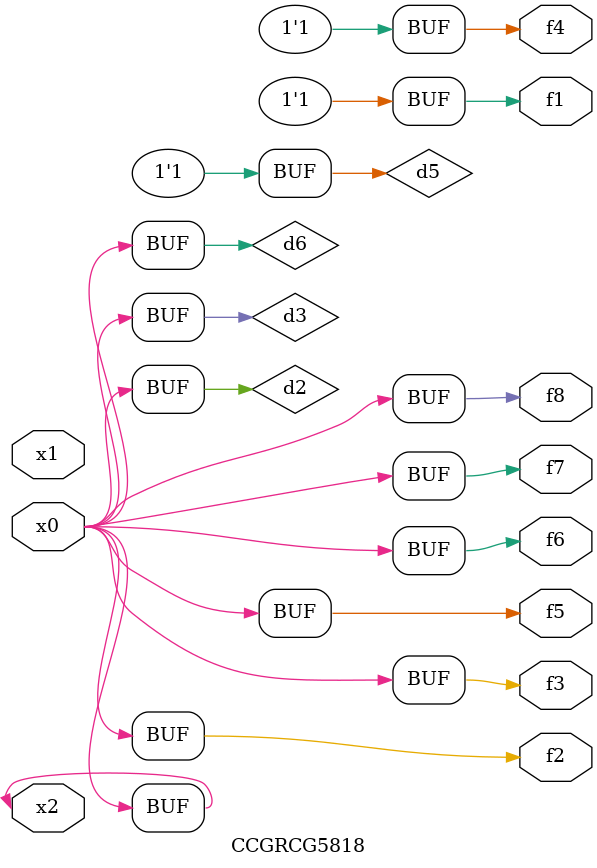
<source format=v>
module CCGRCG5818(
	input x0, x1, x2,
	output f1, f2, f3, f4, f5, f6, f7, f8
);

	wire d1, d2, d3, d4, d5, d6;

	xnor (d1, x2);
	buf (d2, x0, x2);
	and (d3, x0);
	xnor (d4, x1, x2);
	nand (d5, d1, d3);
	buf (d6, d2, d3);
	assign f1 = d5;
	assign f2 = d6;
	assign f3 = d6;
	assign f4 = d5;
	assign f5 = d6;
	assign f6 = d6;
	assign f7 = d6;
	assign f8 = d6;
endmodule

</source>
